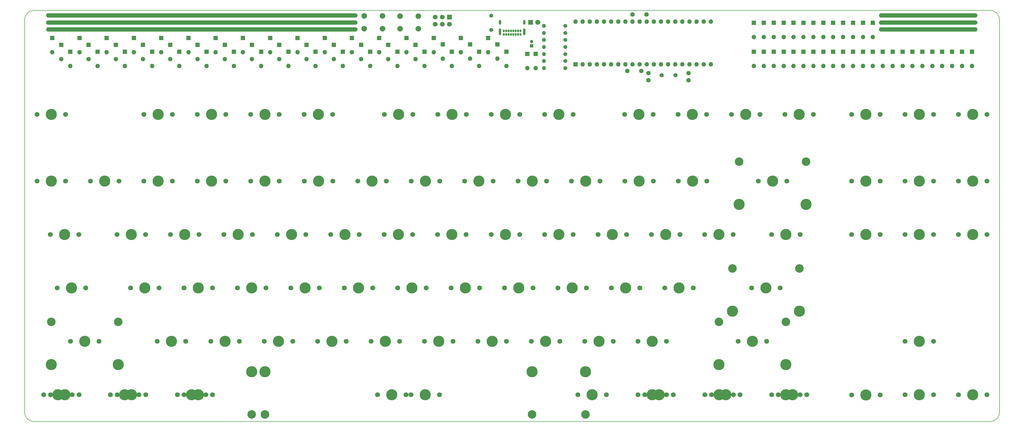
<source format=gts>
G04 #@! TF.GenerationSoftware,KiCad,Pcbnew,(5.1.9)-1*
G04 #@! TF.CreationDate,2021-01-28T16:01:25-05:00*
G04 #@! TF.ProjectId,Alpsterium-pcb,416c7073-7465-4726-9975-6d2d7063622e,rev?*
G04 #@! TF.SameCoordinates,Original*
G04 #@! TF.FileFunction,Soldermask,Top*
G04 #@! TF.FilePolarity,Negative*
%FSLAX46Y46*%
G04 Gerber Fmt 4.6, Leading zero omitted, Abs format (unit mm)*
G04 Created by KiCad (PCBNEW (5.1.9)-1) date 2021-01-28 16:01:25*
%MOMM*%
%LPD*%
G01*
G04 APERTURE LIST*
%ADD10C,1.500000*%
G04 #@! TA.AperFunction,Profile*
%ADD11C,0.150000*%
G04 #@! TD*
%ADD12C,1.750000*%
%ADD13C,3.987800*%
%ADD14C,3.048000*%
%ADD15O,1.600000X1.600000*%
%ADD16R,1.600000X1.600000*%
%ADD17C,1.500000*%
%ADD18O,0.650000X1.000000*%
%ADD19O,0.900000X2.400000*%
%ADD20O,0.900000X1.700000*%
%ADD21C,2.000000*%
%ADD22C,1.400000*%
%ADD23O,1.400000X1.400000*%
%ADD24C,1.800000*%
%ADD25R,1.800000X1.800000*%
%ADD26R,1.700000X1.700000*%
%ADD27C,1.700000*%
%ADD28C,1.600000*%
%ADD29R,1.200000X1.200000*%
%ADD30C,1.200000*%
G04 APERTURE END LIST*
D10*
X342596900Y-57121770D02*
X376203900Y-57121770D01*
X342596900Y-59605040D02*
X376203900Y-59605040D01*
X342596900Y-62088310D02*
X376203900Y-62088310D01*
X45596900Y-62088310D02*
X155096900Y-62088310D01*
X45596900Y-59605040D02*
X155096900Y-59605040D01*
X45596900Y-57121770D02*
X155096900Y-57121770D01*
D11*
X384809999Y-198619941D02*
G75*
G02*
X381505940Y-201930000I-3307059J-3000D01*
G01*
X381499941Y-55313501D02*
G75*
G02*
X384810000Y-58617560I3000J-3307059D01*
G01*
X37147501Y-58623559D02*
G75*
G02*
X40451560Y-55313500I3307059J3000D01*
G01*
X40457559Y-201929999D02*
G75*
G02*
X37147500Y-198625940I-3000J3307059D01*
G01*
X384810000Y-58617560D02*
X384809999Y-198619941D01*
X381505940Y-201930000D02*
X40457559Y-201929999D01*
X37147500Y-198625940D02*
X37147501Y-58623559D01*
X40451560Y-55313500D02*
X381499941Y-55313500D01*
D12*
X261366000Y-116205000D03*
X251206000Y-116205000D03*
D13*
X256286000Y-116205000D03*
D12*
X318434720Y-92389960D03*
X308274720Y-92389960D03*
D13*
X313354720Y-92389960D03*
D12*
X342270080Y-92400120D03*
X332110080Y-92400120D03*
D13*
X337190080Y-92400120D03*
D12*
X51755040Y-92400120D03*
X41595040Y-92400120D03*
D13*
X46675040Y-92400120D03*
X303844960Y-116189760D03*
D12*
X298764960Y-116189760D03*
X308924960Y-116189760D03*
D14*
X291906960Y-109204760D03*
X315782960Y-109204760D03*
D13*
X291906960Y-124444760D03*
X315782960Y-124444760D03*
D12*
X342244680Y-116199920D03*
X332084680Y-116199920D03*
D13*
X337164680Y-116199920D03*
D12*
X213674960Y-135255000D03*
X203514960Y-135255000D03*
D13*
X208594960Y-135255000D03*
D12*
X361315000Y-92400120D03*
X351155000Y-92400120D03*
D13*
X356235000Y-92400120D03*
D12*
X342254840Y-135244840D03*
X332094840Y-135244840D03*
D13*
X337174840Y-135244840D03*
D12*
X270824960Y-135260080D03*
X260664960Y-135260080D03*
D13*
X265744960Y-135260080D03*
D12*
X223276160Y-116199920D03*
X213116160Y-116199920D03*
D13*
X218196160Y-116199920D03*
D12*
X199379840Y-154310080D03*
X189219840Y-154310080D03*
D13*
X194299840Y-154310080D03*
D12*
X175549560Y-135249920D03*
X165389560Y-135249920D03*
D13*
X170469560Y-135249920D03*
D12*
X180334920Y-154315160D03*
X170174920Y-154315160D03*
D13*
X175254920Y-154315160D03*
D12*
X146999960Y-92379800D03*
X136839960Y-92379800D03*
D13*
X141919960Y-92379800D03*
D12*
X113685320Y-173344840D03*
X103525320Y-173344840D03*
D13*
X108605320Y-173344840D03*
D12*
X89844880Y-116194840D03*
X79684880Y-116194840D03*
D13*
X84764880Y-116194840D03*
D12*
X80294480Y-135255000D03*
X70134480Y-135255000D03*
D13*
X75214480Y-135255000D03*
D12*
X94625160Y-173344840D03*
X84465160Y-173344840D03*
D13*
X89545160Y-173344840D03*
D12*
X380365000Y-192410080D03*
X370205000Y-192410080D03*
D13*
X375285000Y-192410080D03*
D12*
X361309920Y-192415160D03*
X351149920Y-192415160D03*
D13*
X356229920Y-192415160D03*
D12*
X342270080Y-192425320D03*
X332110080Y-192425320D03*
D13*
X337190080Y-192425320D03*
D12*
X289895280Y-192415160D03*
X279735280Y-192415160D03*
D13*
X284815280Y-192415160D03*
D12*
X185120280Y-192405000D03*
X174960280Y-192405000D03*
D13*
X180040280Y-192405000D03*
D12*
X173197520Y-192415160D03*
X163037520Y-192415160D03*
D13*
X168117520Y-192415160D03*
D12*
X80345280Y-192405000D03*
X70185280Y-192405000D03*
D13*
X75265280Y-192405000D03*
D12*
X361315000Y-173365160D03*
X351155000Y-173365160D03*
D13*
X356235000Y-173365160D03*
D12*
X170865800Y-173370240D03*
X160705800Y-173370240D03*
D13*
X165785800Y-173370240D03*
D12*
X266070080Y-173349920D03*
X255910080Y-173349920D03*
D13*
X260990080Y-173349920D03*
D12*
X247030240Y-173349920D03*
X236870240Y-173349920D03*
D13*
X241950240Y-173349920D03*
D12*
X228005640Y-173339760D03*
X217845640Y-173339760D03*
D13*
X222925640Y-173339760D03*
D12*
X209006440Y-173370240D03*
X198846440Y-173370240D03*
D13*
X203926440Y-173370240D03*
D12*
X189936120Y-173370240D03*
X179776120Y-173370240D03*
D13*
X184856120Y-173370240D03*
D12*
X151820880Y-173365160D03*
X141660880Y-173365160D03*
D13*
X146740880Y-173365160D03*
D12*
X132750560Y-173365160D03*
X122590560Y-173365160D03*
D13*
X127670560Y-173365160D03*
D12*
X85095080Y-154305000D03*
X74935080Y-154305000D03*
D13*
X80015080Y-154305000D03*
D12*
X104129840Y-154310080D03*
X93969840Y-154310080D03*
D13*
X99049840Y-154310080D03*
D12*
X123200160Y-154305000D03*
X113040160Y-154305000D03*
D13*
X118120160Y-154305000D03*
D12*
X142245080Y-154305000D03*
X132085080Y-154305000D03*
D13*
X137165080Y-154305000D03*
D12*
X161300160Y-154305000D03*
X151140160Y-154305000D03*
D13*
X156220160Y-154305000D03*
D12*
X218440000Y-154310080D03*
X208280000Y-154310080D03*
D13*
X213360000Y-154310080D03*
D12*
X237490000Y-154305000D03*
X227330000Y-154305000D03*
D13*
X232410000Y-154305000D03*
D12*
X256540000Y-154310080D03*
X246380000Y-154310080D03*
D13*
X251460000Y-154310080D03*
D12*
X275615400Y-154320240D03*
X265455400Y-154320240D03*
D13*
X270535400Y-154320240D03*
D12*
X380375160Y-135239760D03*
X370215160Y-135239760D03*
D13*
X375295160Y-135239760D03*
D12*
X361309920Y-135244840D03*
X351149920Y-135244840D03*
D13*
X356229920Y-135244840D03*
D12*
X289864800Y-135249920D03*
X279704800Y-135249920D03*
D13*
X284784800Y-135249920D03*
D12*
X251769880Y-135260080D03*
X241609880Y-135260080D03*
D13*
X246689880Y-135260080D03*
D12*
X232730040Y-135255000D03*
X222570040Y-135255000D03*
D13*
X227650040Y-135255000D03*
D12*
X194609720Y-135255000D03*
X184449720Y-135255000D03*
D13*
X189529720Y-135255000D03*
D12*
X156504640Y-135260080D03*
X146344640Y-135260080D03*
D13*
X151424640Y-135260080D03*
D12*
X137454640Y-135260080D03*
X127294640Y-135260080D03*
D13*
X132374640Y-135260080D03*
D12*
X118399560Y-135260080D03*
X108239560Y-135260080D03*
D13*
X113319560Y-135260080D03*
D12*
X99349560Y-135244840D03*
X89189560Y-135244840D03*
D13*
X94269560Y-135244840D03*
D12*
X380365000Y-116199920D03*
X370205000Y-116199920D03*
D13*
X375285000Y-116199920D03*
D12*
X361309920Y-116199920D03*
X351149920Y-116199920D03*
D13*
X356229920Y-116199920D03*
D12*
X280421080Y-116205000D03*
X270261080Y-116205000D03*
D13*
X275341080Y-116205000D03*
D12*
X242341400Y-116205000D03*
X232181400Y-116205000D03*
D13*
X237261400Y-116205000D03*
D12*
X204236320Y-116199920D03*
X194076320Y-116199920D03*
D13*
X199156320Y-116199920D03*
D12*
X185196480Y-116199920D03*
X175036480Y-116199920D03*
D13*
X180116480Y-116199920D03*
D12*
X166121080Y-116194840D03*
X155961080Y-116194840D03*
D13*
X161041080Y-116194840D03*
D12*
X147045680Y-116194840D03*
X136885680Y-116194840D03*
D13*
X141965680Y-116194840D03*
D12*
X127975360Y-116194840D03*
X117815360Y-116194840D03*
D13*
X122895360Y-116194840D03*
D12*
X108899960Y-116199920D03*
X98739960Y-116199920D03*
D13*
X103819960Y-116199920D03*
D12*
X70794880Y-116194840D03*
X60634880Y-116194840D03*
D13*
X65714880Y-116194840D03*
D12*
X51744880Y-116205000D03*
X41584880Y-116205000D03*
D13*
X46664880Y-116205000D03*
D12*
X380359920Y-92400120D03*
X370199920Y-92400120D03*
D13*
X375279920Y-92400120D03*
D12*
X299394880Y-92389960D03*
X289234880Y-92389960D03*
D13*
X294314880Y-92389960D03*
D12*
X280349960Y-92395040D03*
X270189960Y-92395040D03*
D13*
X275269960Y-92395040D03*
D12*
X261310120Y-92395040D03*
X251150120Y-92395040D03*
D13*
X256230120Y-92395040D03*
D12*
X232719880Y-92379800D03*
X222559880Y-92379800D03*
D13*
X227639880Y-92379800D03*
D12*
X213680040Y-92379800D03*
X203520040Y-92379800D03*
D13*
X208600040Y-92379800D03*
D12*
X194640200Y-92374720D03*
X184480200Y-92374720D03*
D13*
X189560200Y-92374720D03*
D12*
X175590200Y-92379800D03*
X165430200Y-92379800D03*
D13*
X170510200Y-92379800D03*
D12*
X127955040Y-92379800D03*
X117795040Y-92379800D03*
D13*
X122875040Y-92379800D03*
D12*
X108915200Y-92379800D03*
X98755200Y-92379800D03*
D13*
X103835200Y-92379800D03*
D12*
X89875360Y-92395040D03*
X79715360Y-92395040D03*
D13*
X84795360Y-92395040D03*
D12*
X313700160Y-192399920D03*
X303540160Y-192399920D03*
D13*
X308620160Y-192399920D03*
D12*
X316082680Y-192399920D03*
X305922680Y-192399920D03*
D13*
X311002680Y-192399920D03*
X287197800Y-192415160D03*
D12*
X282117800Y-192415160D03*
X292277800Y-192415160D03*
X266075160Y-192405000D03*
X255915160Y-192405000D03*
D13*
X260995160Y-192405000D03*
D12*
X268462760Y-192405000D03*
X258302760Y-192405000D03*
D13*
X263382760Y-192405000D03*
D12*
X244652800Y-192379600D03*
X234492800Y-192379600D03*
D13*
X239572800Y-192379600D03*
D12*
X104140000Y-192394840D03*
X93980000Y-192394840D03*
D13*
X99060000Y-192394840D03*
D12*
X101767640Y-192420240D03*
X91607640Y-192420240D03*
D13*
X96687640Y-192420240D03*
D12*
X77947520Y-192405000D03*
X67787520Y-192405000D03*
D13*
X72867520Y-192405000D03*
D12*
X58902600Y-154310080D03*
X48742600Y-154310080D03*
D13*
X53822600Y-154310080D03*
X308650640Y-181615080D03*
X284774640Y-181615080D03*
D14*
X308650640Y-166375080D03*
X284774640Y-166375080D03*
D12*
X301792640Y-173360080D03*
X291632640Y-173360080D03*
D13*
X296712640Y-173360080D03*
X51460400Y-192389760D03*
D12*
X46380400Y-192389760D03*
X56540400Y-192389760D03*
D13*
X49052480Y-192399920D03*
D12*
X43972480Y-192399920D03*
X54132480Y-192399920D03*
D13*
X58577480Y-173349920D03*
D12*
X53497480Y-173349920D03*
X63657480Y-173349920D03*
D14*
X46639480Y-166364920D03*
X70515480Y-166364920D03*
D13*
X46639480Y-181604920D03*
X70515480Y-181604920D03*
X301472600Y-154320240D03*
D12*
X296392600Y-154320240D03*
X306552600Y-154320240D03*
D14*
X289534600Y-147335240D03*
X313410600Y-147335240D03*
D13*
X289534600Y-162575240D03*
X313410600Y-162575240D03*
X308610000Y-135239760D03*
D12*
X303530000Y-135239760D03*
X313690000Y-135239760D03*
D13*
X51435000Y-135249920D03*
D12*
X46355000Y-135249920D03*
X56515000Y-135249920D03*
D15*
X311365410Y-75134948D03*
D16*
X311365410Y-70054948D03*
D15*
X72896866Y-75134948D03*
D16*
X72896866Y-70054948D03*
D15*
X108530629Y-72654655D03*
D16*
X108530629Y-67574655D03*
D15*
X321967188Y-75134948D03*
D16*
X321967188Y-70054948D03*
D15*
X343170744Y-75134948D03*
D16*
X343170744Y-70054948D03*
D15*
X339636818Y-75134948D03*
D16*
X339636818Y-70054948D03*
D15*
X339636818Y-64760499D03*
D16*
X339636818Y-59680499D03*
D15*
X336102892Y-75134948D03*
D16*
X336102892Y-70054948D03*
D15*
X325501114Y-75134948D03*
D16*
X325501114Y-70054948D03*
D15*
X314899336Y-75134948D03*
D16*
X314899336Y-70054948D03*
D15*
X314899336Y-64760499D03*
D16*
X314899336Y-59680499D03*
D15*
X150643258Y-75134948D03*
D16*
X150643258Y-70054948D03*
D15*
X69657433Y-72654655D03*
D16*
X69657433Y-67574655D03*
D15*
X66418000Y-70174362D03*
D16*
X66418000Y-65094362D03*
D15*
X63178567Y-75134948D03*
D16*
X63178567Y-70054948D03*
D15*
X346704670Y-75134948D03*
D16*
X346704670Y-70054948D03*
D15*
X329035040Y-64760499D03*
D16*
X329035040Y-59680499D03*
D15*
X318433262Y-64760499D03*
D16*
X318433262Y-59680499D03*
D15*
X199234783Y-75134948D03*
D16*
X199234783Y-70054948D03*
D15*
X183037588Y-70174362D03*
D16*
X183037588Y-65094362D03*
D15*
X163600990Y-70174362D03*
D16*
X163600990Y-65094362D03*
D15*
X147403825Y-72654655D03*
D16*
X147403825Y-67574655D03*
D15*
X131206660Y-75134948D03*
D16*
X131206660Y-70054948D03*
D15*
X115009495Y-70174362D03*
D16*
X115009495Y-65094362D03*
D15*
X98812330Y-72654655D03*
D16*
X98812330Y-67574655D03*
D15*
X82615165Y-75134948D03*
D16*
X82615165Y-70054948D03*
D15*
X59939134Y-72654655D03*
D16*
X59939134Y-67574655D03*
D15*
X329035040Y-75134948D03*
D16*
X329035040Y-70054948D03*
D15*
X318433262Y-75134948D03*
D16*
X318433262Y-70054948D03*
D15*
X311365410Y-64760499D03*
D16*
X311365410Y-59680499D03*
D15*
X208953100Y-75134948D03*
D16*
X208953100Y-70054948D03*
D15*
X195995344Y-72453500D03*
D16*
X195995344Y-67373500D03*
D15*
X179798155Y-75134948D03*
D16*
X179798155Y-70054948D03*
D15*
X160361557Y-75134948D03*
D16*
X160361557Y-70054948D03*
D15*
X144164392Y-70174362D03*
D16*
X144164392Y-65094362D03*
D15*
X127967227Y-72654655D03*
D16*
X127967227Y-67574655D03*
D15*
X111770062Y-75134948D03*
D16*
X111770062Y-70054948D03*
D15*
X95572897Y-70174362D03*
D16*
X95572897Y-65094362D03*
D15*
X79375732Y-72654655D03*
D16*
X79375732Y-67574655D03*
D15*
X56699701Y-70174362D03*
D16*
X56699701Y-65094362D03*
D15*
X357306448Y-75134948D03*
D16*
X357306448Y-70054948D03*
D15*
X353772522Y-75134948D03*
D16*
X353772522Y-70054948D03*
D15*
X350238596Y-75134948D03*
D16*
X350238596Y-70054948D03*
D15*
X332568966Y-64760499D03*
D16*
X332568966Y-59680499D03*
D15*
X325501114Y-64760499D03*
D16*
X325501114Y-59680499D03*
D15*
X321967188Y-64760499D03*
D16*
X321967188Y-59680499D03*
D15*
X307831484Y-75134948D03*
D16*
X307831484Y-70054948D03*
D15*
X192755905Y-70174362D03*
D16*
X192755905Y-65094362D03*
D15*
X186277027Y-72453500D03*
D16*
X186277027Y-67373500D03*
D15*
X176558722Y-72654655D03*
D16*
X176558722Y-67574655D03*
D15*
X157122124Y-72654655D03*
D16*
X157122124Y-67574655D03*
D15*
X140924959Y-75134948D03*
D16*
X140924959Y-70054948D03*
D15*
X124727794Y-70174362D03*
D16*
X124727794Y-65094362D03*
D15*
X92333464Y-75134948D03*
D16*
X92333464Y-70054948D03*
D15*
X76136299Y-70174362D03*
D16*
X76136299Y-65094362D03*
D15*
X53460268Y-75134948D03*
D16*
X53460268Y-70054948D03*
D15*
X367908226Y-75134948D03*
D16*
X367908226Y-70054948D03*
D15*
X364374300Y-75134948D03*
D16*
X364374300Y-70054948D03*
D15*
X360840374Y-75134948D03*
D16*
X360840374Y-70054948D03*
D15*
X332568966Y-75134948D03*
D16*
X332568966Y-70054948D03*
D15*
X307831484Y-64760499D03*
D16*
X307831484Y-59680499D03*
D15*
X205713661Y-72453500D03*
D16*
X205713661Y-67373500D03*
D15*
X189516466Y-75134948D03*
D16*
X189516466Y-70054948D03*
D15*
X173319289Y-70174362D03*
D16*
X173319289Y-65094362D03*
D15*
X166840423Y-72654655D03*
D16*
X166840423Y-67574655D03*
D15*
X153882691Y-70174362D03*
D16*
X153882691Y-65094362D03*
D15*
X134446093Y-70174362D03*
D16*
X134446093Y-65094362D03*
D15*
X118248928Y-72654655D03*
D16*
X118248928Y-67574655D03*
D15*
X102051763Y-75134948D03*
D16*
X102051763Y-70054948D03*
D15*
X85854598Y-70174362D03*
D16*
X85854598Y-65094362D03*
D15*
X50220835Y-72654655D03*
D16*
X50220835Y-67574655D03*
D15*
X374976098Y-75134948D03*
D16*
X374976098Y-70054948D03*
D15*
X371442152Y-75134948D03*
D16*
X371442152Y-70054948D03*
D15*
X336102892Y-64760499D03*
D16*
X336102892Y-59680499D03*
D15*
X297229706Y-64760499D03*
D16*
X297229706Y-59680499D03*
D15*
X297229706Y-75134948D03*
D16*
X297229706Y-70054948D03*
D15*
X300763632Y-64760499D03*
D16*
X300763632Y-59680499D03*
D15*
X300763632Y-75134948D03*
D16*
X300763632Y-70054948D03*
D15*
X304297558Y-64760499D03*
D16*
X304297558Y-59680499D03*
D15*
X304297558Y-75134948D03*
D16*
X304297558Y-70054948D03*
D15*
X202474222Y-70174362D03*
D16*
X202474222Y-65094362D03*
D15*
X170079856Y-75134948D03*
D16*
X170079856Y-70054948D03*
D15*
X137685526Y-72654655D03*
D16*
X137685526Y-67574655D03*
D15*
X121488361Y-75134948D03*
D16*
X121488361Y-70054948D03*
D15*
X105291196Y-70174362D03*
D16*
X105291196Y-65094362D03*
D15*
X89094031Y-72654655D03*
D16*
X89094031Y-67574655D03*
D15*
X46981402Y-70174362D03*
D16*
X46981402Y-65094362D03*
D13*
X218109800Y-184162700D03*
X118110000Y-184162700D03*
D14*
X218109800Y-199402700D03*
X118110000Y-199402700D03*
D13*
X237172500Y-184150000D03*
X122872500Y-184150000D03*
D14*
X237172500Y-199390000D03*
X122872500Y-199390000D03*
D17*
X269227300Y-78447900D03*
X264347300Y-78447900D03*
D18*
X212291251Y-63897700D03*
X213991251Y-63897700D03*
X213141251Y-63897700D03*
X211441251Y-63897700D03*
X210591251Y-63897700D03*
X209741251Y-63897700D03*
X208891251Y-63897700D03*
X208041251Y-63897700D03*
X213991251Y-62572700D03*
X213136251Y-62572700D03*
X212286251Y-62572700D03*
X211436251Y-62572700D03*
X210586251Y-62572700D03*
X209736251Y-62572700D03*
X208886251Y-62572700D03*
X208036251Y-62572700D03*
D19*
X215341251Y-62917700D03*
X206691251Y-62917700D03*
D20*
X215341251Y-59537700D03*
X206691251Y-59537700D03*
D16*
X233616500Y-74485500D03*
D15*
X281876500Y-59245500D03*
X236156500Y-74485500D03*
X279336500Y-59245500D03*
X238696500Y-74485500D03*
X276796500Y-59245500D03*
X241236500Y-74485500D03*
X274256500Y-59245500D03*
X243776500Y-74485500D03*
X271716500Y-59245500D03*
X246316500Y-74485500D03*
X269176500Y-59245500D03*
X248856500Y-74485500D03*
X266636500Y-59245500D03*
X251396500Y-74485500D03*
X264096500Y-59245500D03*
X253936500Y-74485500D03*
X261556500Y-59245500D03*
X256476500Y-74485500D03*
X259016500Y-59245500D03*
X259016500Y-74485500D03*
X256476500Y-59245500D03*
X261556500Y-74485500D03*
X253936500Y-59245500D03*
X264096500Y-74485500D03*
X251396500Y-59245500D03*
X266636500Y-74485500D03*
X248856500Y-59245500D03*
X269176500Y-74485500D03*
X246316500Y-59245500D03*
X271716500Y-74485500D03*
X243776500Y-59245500D03*
X274256500Y-74485500D03*
X241236500Y-59245500D03*
X276796500Y-74485500D03*
X238696500Y-59245500D03*
X279336500Y-74485500D03*
X236156500Y-59245500D03*
X281876500Y-74485500D03*
X233616500Y-59245500D03*
D21*
X164784597Y-57289700D03*
X164784597Y-61789700D03*
X158284597Y-57289700D03*
X158284597Y-61789700D03*
D22*
X229984300Y-60820300D03*
D23*
X222364300Y-60820300D03*
D22*
X229984300Y-63331263D03*
D23*
X222364300Y-63331263D03*
D22*
X229984300Y-75886078D03*
D23*
X222364300Y-75886078D03*
D22*
X229984300Y-73375115D03*
D23*
X222364300Y-73375115D03*
D22*
X229984300Y-70864152D03*
D23*
X222364300Y-70864152D03*
D22*
X229984300Y-68353189D03*
D23*
X222364300Y-68353189D03*
D22*
X229984300Y-65842226D03*
D23*
X222364300Y-65842226D03*
D24*
X220135499Y-59524900D03*
D25*
X217595499Y-59524900D03*
D26*
X188688397Y-57696100D03*
D27*
X188688397Y-60236100D03*
X186148397Y-57696100D03*
X186148397Y-60236100D03*
X183608397Y-57696100D03*
X183608397Y-60236100D03*
D22*
X203515397Y-57178100D03*
X203515397Y-62278100D03*
D15*
X219367100Y-75882500D03*
D16*
X219367100Y-70802500D03*
D15*
X216420700Y-75882500D03*
D16*
X216420700Y-70802500D03*
D28*
X257082300Y-76923900D03*
X252082300Y-76923900D03*
X253940300Y-56756300D03*
X258940300Y-56756300D03*
D29*
X217945459Y-67911544D03*
D30*
X217945459Y-66411544D03*
D28*
X259626100Y-77700500D03*
X259626100Y-80200500D03*
X273951700Y-77700500D03*
X273951700Y-80200500D03*
D21*
X177523197Y-57315100D03*
X177523197Y-61815100D03*
X171023197Y-57315100D03*
X171023197Y-61815100D03*
M02*

</source>
